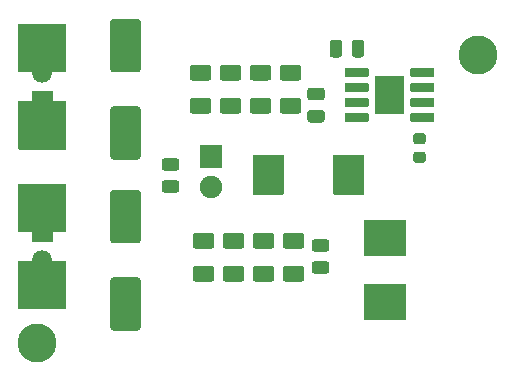
<source format=gts>
G04 #@! TF.GenerationSoftware,KiCad,Pcbnew,(5.1.7)-1*
G04 #@! TF.CreationDate,2021-07-20T15:03:30-04:00*
G04 #@! TF.ProjectId,12-5_Volt_Regulator,31322d35-5f56-46f6-9c74-5f526567756c,rev?*
G04 #@! TF.SameCoordinates,Original*
G04 #@! TF.FileFunction,Soldermask,Top*
G04 #@! TF.FilePolarity,Negative*
%FSLAX46Y46*%
G04 Gerber Fmt 4.6, Leading zero omitted, Abs format (unit mm)*
G04 Created by KiCad (PCBNEW (5.1.7)-1) date 2021-07-20 15:03:30*
%MOMM*%
%LPD*%
G01*
G04 APERTURE LIST*
%ADD10C,3.300000*%
%ADD11O,1.800000X1.800000*%
%ADD12C,1.900000*%
G04 APERTURE END LIST*
G36*
G01*
X118409000Y-114473000D02*
X118409000Y-110473000D01*
G75*
G02*
X118459000Y-110423000I50000J0D01*
G01*
X122459000Y-110423000D01*
G75*
G02*
X122509000Y-110473000I0J-50000D01*
G01*
X122509000Y-114473000D01*
G75*
G02*
X122459000Y-114523000I-50000J0D01*
G01*
X118459000Y-114523000D01*
G75*
G02*
X118409000Y-114473000I0J50000D01*
G01*
G37*
G36*
G01*
X118409000Y-107933000D02*
X118409000Y-103933000D01*
G75*
G02*
X118459000Y-103883000I50000J0D01*
G01*
X122459000Y-103883000D01*
G75*
G02*
X122509000Y-103933000I0J-50000D01*
G01*
X122509000Y-107933000D01*
G75*
G02*
X122459000Y-107983000I-50000J0D01*
G01*
X118459000Y-107983000D01*
G75*
G02*
X118409000Y-107933000I0J50000D01*
G01*
G37*
G36*
G01*
X118409000Y-100948000D02*
X118409000Y-96948000D01*
G75*
G02*
X118459000Y-96898000I50000J0D01*
G01*
X122459000Y-96898000D01*
G75*
G02*
X122509000Y-96948000I0J-50000D01*
G01*
X122509000Y-100948000D01*
G75*
G02*
X122459000Y-100998000I-50000J0D01*
G01*
X118459000Y-100998000D01*
G75*
G02*
X118409000Y-100948000I0J50000D01*
G01*
G37*
G36*
G01*
X118409000Y-94408000D02*
X118409000Y-90408000D01*
G75*
G02*
X118459000Y-90358000I50000J0D01*
G01*
X122459000Y-90358000D01*
G75*
G02*
X122509000Y-90408000I0J-50000D01*
G01*
X122509000Y-94408000D01*
G75*
G02*
X122459000Y-94458000I-50000J0D01*
G01*
X118459000Y-94458000D01*
G75*
G02*
X118409000Y-94408000I0J50000D01*
G01*
G37*
D10*
X157353000Y-92964000D03*
X120015000Y-117348000D03*
G36*
G01*
X119559000Y-108783000D02*
X119559000Y-107083000D01*
G75*
G02*
X119609000Y-107033000I50000J0D01*
G01*
X121309000Y-107033000D01*
G75*
G02*
X121359000Y-107083000I0J-50000D01*
G01*
X121359000Y-108783000D01*
G75*
G02*
X121309000Y-108833000I-50000J0D01*
G01*
X119609000Y-108833000D01*
G75*
G02*
X119559000Y-108783000I0J50000D01*
G01*
G37*
D11*
X120459000Y-110473000D03*
G36*
G01*
X152681250Y-102138500D02*
X152118750Y-102138500D01*
G75*
G02*
X151875000Y-101894750I0J243750D01*
G01*
X151875000Y-101407250D01*
G75*
G02*
X152118750Y-101163500I243750J0D01*
G01*
X152681250Y-101163500D01*
G75*
G02*
X152925000Y-101407250I0J-243750D01*
G01*
X152925000Y-101894750D01*
G75*
G02*
X152681250Y-102138500I-243750J0D01*
G01*
G37*
G36*
G01*
X152681250Y-100563500D02*
X152118750Y-100563500D01*
G75*
G02*
X151875000Y-100319750I0J243750D01*
G01*
X151875000Y-99832250D01*
G75*
G02*
X152118750Y-99588500I243750J0D01*
G01*
X152681250Y-99588500D01*
G75*
G02*
X152925000Y-99832250I0J-243750D01*
G01*
X152925000Y-100319750D01*
G75*
G02*
X152681250Y-100563500I-243750J0D01*
G01*
G37*
G36*
G01*
X126468000Y-89952000D02*
X128548000Y-89952000D01*
G75*
G02*
X128808000Y-90212000I0J-260000D01*
G01*
X128808000Y-94192000D01*
G75*
G02*
X128548000Y-94452000I-260000J0D01*
G01*
X126468000Y-94452000D01*
G75*
G02*
X126208000Y-94192000I0J260000D01*
G01*
X126208000Y-90212000D01*
G75*
G02*
X126468000Y-89952000I260000J0D01*
G01*
G37*
G36*
G01*
X126468000Y-97352000D02*
X128548000Y-97352000D01*
G75*
G02*
X128808000Y-97612000I0J-260000D01*
G01*
X128808000Y-101592000D01*
G75*
G02*
X128548000Y-101852000I-260000J0D01*
G01*
X126468000Y-101852000D01*
G75*
G02*
X126208000Y-101592000I0J260000D01*
G01*
X126208000Y-97612000D01*
G75*
G02*
X126468000Y-97352000I260000J0D01*
G01*
G37*
G36*
G01*
X133203000Y-93813000D02*
X134513000Y-93813000D01*
G75*
G02*
X134783000Y-94083000I0J-270000D01*
G01*
X134783000Y-94893000D01*
G75*
G02*
X134513000Y-95163000I-270000J0D01*
G01*
X133203000Y-95163000D01*
G75*
G02*
X132933000Y-94893000I0J270000D01*
G01*
X132933000Y-94083000D01*
G75*
G02*
X133203000Y-93813000I270000J0D01*
G01*
G37*
G36*
G01*
X133203000Y-96613000D02*
X134513000Y-96613000D01*
G75*
G02*
X134783000Y-96883000I0J-270000D01*
G01*
X134783000Y-97693000D01*
G75*
G02*
X134513000Y-97963000I-270000J0D01*
G01*
X133203000Y-97963000D01*
G75*
G02*
X132933000Y-97693000I0J270000D01*
G01*
X132933000Y-96883000D01*
G75*
G02*
X133203000Y-96613000I270000J0D01*
G01*
G37*
G36*
G01*
X135743000Y-96613000D02*
X137053000Y-96613000D01*
G75*
G02*
X137323000Y-96883000I0J-270000D01*
G01*
X137323000Y-97693000D01*
G75*
G02*
X137053000Y-97963000I-270000J0D01*
G01*
X135743000Y-97963000D01*
G75*
G02*
X135473000Y-97693000I0J270000D01*
G01*
X135473000Y-96883000D01*
G75*
G02*
X135743000Y-96613000I270000J0D01*
G01*
G37*
G36*
G01*
X135743000Y-93813000D02*
X137053000Y-93813000D01*
G75*
G02*
X137323000Y-94083000I0J-270000D01*
G01*
X137323000Y-94893000D01*
G75*
G02*
X137053000Y-95163000I-270000J0D01*
G01*
X135743000Y-95163000D01*
G75*
G02*
X135473000Y-94893000I0J270000D01*
G01*
X135473000Y-94083000D01*
G75*
G02*
X135743000Y-93813000I270000J0D01*
G01*
G37*
G36*
G01*
X138283000Y-93807000D02*
X139593000Y-93807000D01*
G75*
G02*
X139863000Y-94077000I0J-270000D01*
G01*
X139863000Y-94887000D01*
G75*
G02*
X139593000Y-95157000I-270000J0D01*
G01*
X138283000Y-95157000D01*
G75*
G02*
X138013000Y-94887000I0J270000D01*
G01*
X138013000Y-94077000D01*
G75*
G02*
X138283000Y-93807000I270000J0D01*
G01*
G37*
G36*
G01*
X138283000Y-96607000D02*
X139593000Y-96607000D01*
G75*
G02*
X139863000Y-96877000I0J-270000D01*
G01*
X139863000Y-97687000D01*
G75*
G02*
X139593000Y-97957000I-270000J0D01*
G01*
X138283000Y-97957000D01*
G75*
G02*
X138013000Y-97687000I0J270000D01*
G01*
X138013000Y-96877000D01*
G75*
G02*
X138283000Y-96607000I270000J0D01*
G01*
G37*
G36*
G01*
X140823000Y-96613000D02*
X142133000Y-96613000D01*
G75*
G02*
X142403000Y-96883000I0J-270000D01*
G01*
X142403000Y-97693000D01*
G75*
G02*
X142133000Y-97963000I-270000J0D01*
G01*
X140823000Y-97963000D01*
G75*
G02*
X140553000Y-97693000I0J270000D01*
G01*
X140553000Y-96883000D01*
G75*
G02*
X140823000Y-96613000I270000J0D01*
G01*
G37*
G36*
G01*
X140823000Y-93813000D02*
X142133000Y-93813000D01*
G75*
G02*
X142403000Y-94083000I0J-270000D01*
G01*
X142403000Y-94893000D01*
G75*
G02*
X142133000Y-95163000I-270000J0D01*
G01*
X140823000Y-95163000D01*
G75*
G02*
X140553000Y-94893000I0J270000D01*
G01*
X140553000Y-94083000D01*
G75*
G02*
X140823000Y-93813000I270000J0D01*
G01*
G37*
G36*
G01*
X143155750Y-97633500D02*
X144118250Y-97633500D01*
G75*
G02*
X144387000Y-97902250I0J-268750D01*
G01*
X144387000Y-98439750D01*
G75*
G02*
X144118250Y-98708500I-268750J0D01*
G01*
X143155750Y-98708500D01*
G75*
G02*
X142887000Y-98439750I0J268750D01*
G01*
X142887000Y-97902250D01*
G75*
G02*
X143155750Y-97633500I268750J0D01*
G01*
G37*
G36*
G01*
X143155750Y-95758500D02*
X144118250Y-95758500D01*
G75*
G02*
X144387000Y-96027250I0J-268750D01*
G01*
X144387000Y-96564750D01*
G75*
G02*
X144118250Y-96833500I-268750J0D01*
G01*
X143155750Y-96833500D01*
G75*
G02*
X142887000Y-96564750I0J268750D01*
G01*
X142887000Y-96027250D01*
G75*
G02*
X143155750Y-95758500I268750J0D01*
G01*
G37*
G36*
G01*
X144499250Y-111535500D02*
X143536750Y-111535500D01*
G75*
G02*
X143268000Y-111266750I0J268750D01*
G01*
X143268000Y-110729250D01*
G75*
G02*
X143536750Y-110460500I268750J0D01*
G01*
X144499250Y-110460500D01*
G75*
G02*
X144768000Y-110729250I0J-268750D01*
G01*
X144768000Y-111266750D01*
G75*
G02*
X144499250Y-111535500I-268750J0D01*
G01*
G37*
G36*
G01*
X144499250Y-109660500D02*
X143536750Y-109660500D01*
G75*
G02*
X143268000Y-109391750I0J268750D01*
G01*
X143268000Y-108854250D01*
G75*
G02*
X143536750Y-108585500I268750J0D01*
G01*
X144499250Y-108585500D01*
G75*
G02*
X144768000Y-108854250I0J-268750D01*
G01*
X144768000Y-109391750D01*
G75*
G02*
X144499250Y-109660500I-268750J0D01*
G01*
G37*
G36*
G01*
X142387000Y-109387000D02*
X141077000Y-109387000D01*
G75*
G02*
X140807000Y-109117000I0J270000D01*
G01*
X140807000Y-108307000D01*
G75*
G02*
X141077000Y-108037000I270000J0D01*
G01*
X142387000Y-108037000D01*
G75*
G02*
X142657000Y-108307000I0J-270000D01*
G01*
X142657000Y-109117000D01*
G75*
G02*
X142387000Y-109387000I-270000J0D01*
G01*
G37*
G36*
G01*
X142387000Y-112187000D02*
X141077000Y-112187000D01*
G75*
G02*
X140807000Y-111917000I0J270000D01*
G01*
X140807000Y-111107000D01*
G75*
G02*
X141077000Y-110837000I270000J0D01*
G01*
X142387000Y-110837000D01*
G75*
G02*
X142657000Y-111107000I0J-270000D01*
G01*
X142657000Y-111917000D01*
G75*
G02*
X142387000Y-112187000I-270000J0D01*
G01*
G37*
G36*
G01*
X139847000Y-112187000D02*
X138537000Y-112187000D01*
G75*
G02*
X138267000Y-111917000I0J270000D01*
G01*
X138267000Y-111107000D01*
G75*
G02*
X138537000Y-110837000I270000J0D01*
G01*
X139847000Y-110837000D01*
G75*
G02*
X140117000Y-111107000I0J-270000D01*
G01*
X140117000Y-111917000D01*
G75*
G02*
X139847000Y-112187000I-270000J0D01*
G01*
G37*
G36*
G01*
X139847000Y-109387000D02*
X138537000Y-109387000D01*
G75*
G02*
X138267000Y-109117000I0J270000D01*
G01*
X138267000Y-108307000D01*
G75*
G02*
X138537000Y-108037000I270000J0D01*
G01*
X139847000Y-108037000D01*
G75*
G02*
X140117000Y-108307000I0J-270000D01*
G01*
X140117000Y-109117000D01*
G75*
G02*
X139847000Y-109387000I-270000J0D01*
G01*
G37*
G36*
G01*
X137307000Y-109387000D02*
X135997000Y-109387000D01*
G75*
G02*
X135727000Y-109117000I0J270000D01*
G01*
X135727000Y-108307000D01*
G75*
G02*
X135997000Y-108037000I270000J0D01*
G01*
X137307000Y-108037000D01*
G75*
G02*
X137577000Y-108307000I0J-270000D01*
G01*
X137577000Y-109117000D01*
G75*
G02*
X137307000Y-109387000I-270000J0D01*
G01*
G37*
G36*
G01*
X137307000Y-112187000D02*
X135997000Y-112187000D01*
G75*
G02*
X135727000Y-111917000I0J270000D01*
G01*
X135727000Y-111107000D01*
G75*
G02*
X135997000Y-110837000I270000J0D01*
G01*
X137307000Y-110837000D01*
G75*
G02*
X137577000Y-111107000I0J-270000D01*
G01*
X137577000Y-111917000D01*
G75*
G02*
X137307000Y-112187000I-270000J0D01*
G01*
G37*
G36*
G01*
X134767000Y-112187000D02*
X133457000Y-112187000D01*
G75*
G02*
X133187000Y-111917000I0J270000D01*
G01*
X133187000Y-111107000D01*
G75*
G02*
X133457000Y-110837000I270000J0D01*
G01*
X134767000Y-110837000D01*
G75*
G02*
X135037000Y-111107000I0J-270000D01*
G01*
X135037000Y-111917000D01*
G75*
G02*
X134767000Y-112187000I-270000J0D01*
G01*
G37*
G36*
G01*
X134767000Y-109387000D02*
X133457000Y-109387000D01*
G75*
G02*
X133187000Y-109117000I0J270000D01*
G01*
X133187000Y-108307000D01*
G75*
G02*
X133457000Y-108037000I270000J0D01*
G01*
X134767000Y-108037000D01*
G75*
G02*
X135037000Y-108307000I0J-270000D01*
G01*
X135037000Y-109117000D01*
G75*
G02*
X134767000Y-109387000I-270000J0D01*
G01*
G37*
G36*
G01*
X128548000Y-108930000D02*
X126468000Y-108930000D01*
G75*
G02*
X126208000Y-108670000I0J260000D01*
G01*
X126208000Y-104690000D01*
G75*
G02*
X126468000Y-104430000I260000J0D01*
G01*
X128548000Y-104430000D01*
G75*
G02*
X128808000Y-104690000I0J-260000D01*
G01*
X128808000Y-108670000D01*
G75*
G02*
X128548000Y-108930000I-260000J0D01*
G01*
G37*
G36*
G01*
X128548000Y-116330000D02*
X126468000Y-116330000D01*
G75*
G02*
X126208000Y-116070000I0J260000D01*
G01*
X126208000Y-112090000D01*
G75*
G02*
X126468000Y-111830000I260000J0D01*
G01*
X128548000Y-111830000D01*
G75*
G02*
X128808000Y-112090000I0J-260000D01*
G01*
X128808000Y-116070000D01*
G75*
G02*
X128548000Y-116330000I-260000J0D01*
G01*
G37*
G36*
G01*
X145152000Y-101424000D02*
X147652000Y-101424000D01*
G75*
G02*
X147702000Y-101474000I0J-50000D01*
G01*
X147702000Y-104774000D01*
G75*
G02*
X147652000Y-104824000I-50000J0D01*
G01*
X145152000Y-104824000D01*
G75*
G02*
X145102000Y-104774000I0J50000D01*
G01*
X145102000Y-101474000D01*
G75*
G02*
X145152000Y-101424000I50000J0D01*
G01*
G37*
G36*
G01*
X138352000Y-101424000D02*
X140852000Y-101424000D01*
G75*
G02*
X140902000Y-101474000I0J-50000D01*
G01*
X140902000Y-104774000D01*
G75*
G02*
X140852000Y-104824000I-50000J0D01*
G01*
X138352000Y-104824000D01*
G75*
G02*
X138302000Y-104774000I0J50000D01*
G01*
X138302000Y-101474000D01*
G75*
G02*
X138352000Y-101424000I50000J0D01*
G01*
G37*
G36*
G01*
X133847000Y-100650000D02*
X135647000Y-100650000D01*
G75*
G02*
X135697000Y-100700000I0J-50000D01*
G01*
X135697000Y-102500000D01*
G75*
G02*
X135647000Y-102550000I-50000J0D01*
G01*
X133847000Y-102550000D01*
G75*
G02*
X133797000Y-102500000I0J50000D01*
G01*
X133797000Y-100700000D01*
G75*
G02*
X133847000Y-100650000I50000J0D01*
G01*
G37*
D12*
X134747000Y-104140000D03*
D11*
X120459000Y-94408000D03*
G36*
G01*
X121359000Y-96098000D02*
X121359000Y-97798000D01*
G75*
G02*
X121309000Y-97848000I-50000J0D01*
G01*
X119609000Y-97848000D01*
G75*
G02*
X119559000Y-97798000I0J50000D01*
G01*
X119559000Y-96098000D01*
G75*
G02*
X119609000Y-96048000I50000J0D01*
G01*
X121309000Y-96048000D01*
G75*
G02*
X121359000Y-96098000I0J-50000D01*
G01*
G37*
G36*
G01*
X147729000Y-106944000D02*
X151229000Y-106944000D01*
G75*
G02*
X151279000Y-106994000I0J-50000D01*
G01*
X151279000Y-109944000D01*
G75*
G02*
X151229000Y-109994000I-50000J0D01*
G01*
X147729000Y-109994000D01*
G75*
G02*
X147679000Y-109944000I0J50000D01*
G01*
X147679000Y-106994000D01*
G75*
G02*
X147729000Y-106944000I50000J0D01*
G01*
G37*
G36*
G01*
X147729000Y-112394000D02*
X151229000Y-112394000D01*
G75*
G02*
X151279000Y-112444000I0J-50000D01*
G01*
X151279000Y-115394000D01*
G75*
G02*
X151229000Y-115444000I-50000J0D01*
G01*
X147729000Y-115444000D01*
G75*
G02*
X147679000Y-115394000I0J50000D01*
G01*
X147679000Y-112444000D01*
G75*
G02*
X147729000Y-112394000I50000J0D01*
G01*
G37*
G36*
G01*
X146655500Y-92937250D02*
X146655500Y-91974750D01*
G75*
G02*
X146924250Y-91706000I268750J0D01*
G01*
X147461750Y-91706000D01*
G75*
G02*
X147730500Y-91974750I0J-268750D01*
G01*
X147730500Y-92937250D01*
G75*
G02*
X147461750Y-93206000I-268750J0D01*
G01*
X146924250Y-93206000D01*
G75*
G02*
X146655500Y-92937250I0J268750D01*
G01*
G37*
G36*
G01*
X144780500Y-92937250D02*
X144780500Y-91974750D01*
G75*
G02*
X145049250Y-91706000I268750J0D01*
G01*
X145586750Y-91706000D01*
G75*
G02*
X145855500Y-91974750I0J-268750D01*
G01*
X145855500Y-92937250D01*
G75*
G02*
X145586750Y-93206000I-268750J0D01*
G01*
X145049250Y-93206000D01*
G75*
G02*
X144780500Y-92937250I0J268750D01*
G01*
G37*
G36*
G01*
X130836750Y-101727500D02*
X131799250Y-101727500D01*
G75*
G02*
X132068000Y-101996250I0J-268750D01*
G01*
X132068000Y-102533750D01*
G75*
G02*
X131799250Y-102802500I-268750J0D01*
G01*
X130836750Y-102802500D01*
G75*
G02*
X130568000Y-102533750I0J268750D01*
G01*
X130568000Y-101996250D01*
G75*
G02*
X130836750Y-101727500I268750J0D01*
G01*
G37*
G36*
G01*
X130836750Y-103602500D02*
X131799250Y-103602500D01*
G75*
G02*
X132068000Y-103871250I0J-268750D01*
G01*
X132068000Y-104408750D01*
G75*
G02*
X131799250Y-104677500I-268750J0D01*
G01*
X130836750Y-104677500D01*
G75*
G02*
X130568000Y-104408750I0J268750D01*
G01*
X130568000Y-103871250D01*
G75*
G02*
X130836750Y-103602500I268750J0D01*
G01*
G37*
G36*
G01*
X153645000Y-97993000D02*
X153645000Y-98603000D01*
G75*
G02*
X153595000Y-98653000I-50000J0D01*
G01*
X151685000Y-98653000D01*
G75*
G02*
X151635000Y-98603000I0J50000D01*
G01*
X151635000Y-97993000D01*
G75*
G02*
X151685000Y-97943000I50000J0D01*
G01*
X153595000Y-97943000D01*
G75*
G02*
X153645000Y-97993000I0J-50000D01*
G01*
G37*
G36*
G01*
X153645000Y-96723000D02*
X153645000Y-97333000D01*
G75*
G02*
X153595000Y-97383000I-50000J0D01*
G01*
X151685000Y-97383000D01*
G75*
G02*
X151635000Y-97333000I0J50000D01*
G01*
X151635000Y-96723000D01*
G75*
G02*
X151685000Y-96673000I50000J0D01*
G01*
X153595000Y-96673000D01*
G75*
G02*
X153645000Y-96723000I0J-50000D01*
G01*
G37*
G36*
G01*
X153645000Y-95453000D02*
X153645000Y-96063000D01*
G75*
G02*
X153595000Y-96113000I-50000J0D01*
G01*
X151685000Y-96113000D01*
G75*
G02*
X151635000Y-96063000I0J50000D01*
G01*
X151635000Y-95453000D01*
G75*
G02*
X151685000Y-95403000I50000J0D01*
G01*
X153595000Y-95403000D01*
G75*
G02*
X153645000Y-95453000I0J-50000D01*
G01*
G37*
G36*
G01*
X153645000Y-94183000D02*
X153645000Y-94793000D01*
G75*
G02*
X153595000Y-94843000I-50000J0D01*
G01*
X151685000Y-94843000D01*
G75*
G02*
X151635000Y-94793000I0J50000D01*
G01*
X151635000Y-94183000D01*
G75*
G02*
X151685000Y-94133000I50000J0D01*
G01*
X153595000Y-94133000D01*
G75*
G02*
X153645000Y-94183000I0J-50000D01*
G01*
G37*
G36*
G01*
X148085000Y-94183000D02*
X148085000Y-94793000D01*
G75*
G02*
X148035000Y-94843000I-50000J0D01*
G01*
X146125000Y-94843000D01*
G75*
G02*
X146075000Y-94793000I0J50000D01*
G01*
X146075000Y-94183000D01*
G75*
G02*
X146125000Y-94133000I50000J0D01*
G01*
X148035000Y-94133000D01*
G75*
G02*
X148085000Y-94183000I0J-50000D01*
G01*
G37*
G36*
G01*
X148085000Y-95453000D02*
X148085000Y-96063000D01*
G75*
G02*
X148035000Y-96113000I-50000J0D01*
G01*
X146125000Y-96113000D01*
G75*
G02*
X146075000Y-96063000I0J50000D01*
G01*
X146075000Y-95453000D01*
G75*
G02*
X146125000Y-95403000I50000J0D01*
G01*
X148035000Y-95403000D01*
G75*
G02*
X148085000Y-95453000I0J-50000D01*
G01*
G37*
G36*
G01*
X148085000Y-96723000D02*
X148085000Y-97333000D01*
G75*
G02*
X148035000Y-97383000I-50000J0D01*
G01*
X146125000Y-97383000D01*
G75*
G02*
X146075000Y-97333000I0J50000D01*
G01*
X146075000Y-96723000D01*
G75*
G02*
X146125000Y-96673000I50000J0D01*
G01*
X148035000Y-96673000D01*
G75*
G02*
X148085000Y-96723000I0J-50000D01*
G01*
G37*
G36*
G01*
X148085000Y-97993000D02*
X148085000Y-98603000D01*
G75*
G02*
X148035000Y-98653000I-50000J0D01*
G01*
X146125000Y-98653000D01*
G75*
G02*
X146075000Y-98603000I0J50000D01*
G01*
X146075000Y-97993000D01*
G75*
G02*
X146125000Y-97943000I50000J0D01*
G01*
X148035000Y-97943000D01*
G75*
G02*
X148085000Y-97993000I0J-50000D01*
G01*
G37*
G36*
G01*
X149910000Y-94842999D02*
X149910000Y-96393001D01*
G75*
G02*
X149860001Y-96443000I-49999J0D01*
G01*
X148654999Y-96443000D01*
G75*
G02*
X148605000Y-96393001I0J49999D01*
G01*
X148605000Y-94842999D01*
G75*
G02*
X148654999Y-94793000I49999J0D01*
G01*
X149860001Y-94793000D01*
G75*
G02*
X149910000Y-94842999I0J-49999D01*
G01*
G37*
G36*
G01*
X149910000Y-96392999D02*
X149910000Y-97943001D01*
G75*
G02*
X149860001Y-97993000I-49999J0D01*
G01*
X148654999Y-97993000D01*
G75*
G02*
X148605000Y-97943001I0J49999D01*
G01*
X148605000Y-96392999D01*
G75*
G02*
X148654999Y-96343000I49999J0D01*
G01*
X149860001Y-96343000D01*
G75*
G02*
X149910000Y-96392999I0J-49999D01*
G01*
G37*
G36*
G01*
X151115000Y-94842999D02*
X151115000Y-96393001D01*
G75*
G02*
X151065001Y-96443000I-49999J0D01*
G01*
X149859999Y-96443000D01*
G75*
G02*
X149810000Y-96393001I0J49999D01*
G01*
X149810000Y-94842999D01*
G75*
G02*
X149859999Y-94793000I49999J0D01*
G01*
X151065001Y-94793000D01*
G75*
G02*
X151115000Y-94842999I0J-49999D01*
G01*
G37*
G36*
G01*
X151115000Y-96392999D02*
X151115000Y-97943001D01*
G75*
G02*
X151065001Y-97993000I-49999J0D01*
G01*
X149859999Y-97993000D01*
G75*
G02*
X149810000Y-97943001I0J49999D01*
G01*
X149810000Y-96392999D01*
G75*
G02*
X149859999Y-96343000I49999J0D01*
G01*
X151065001Y-96343000D01*
G75*
G02*
X151115000Y-96392999I0J-49999D01*
G01*
G37*
M02*

</source>
